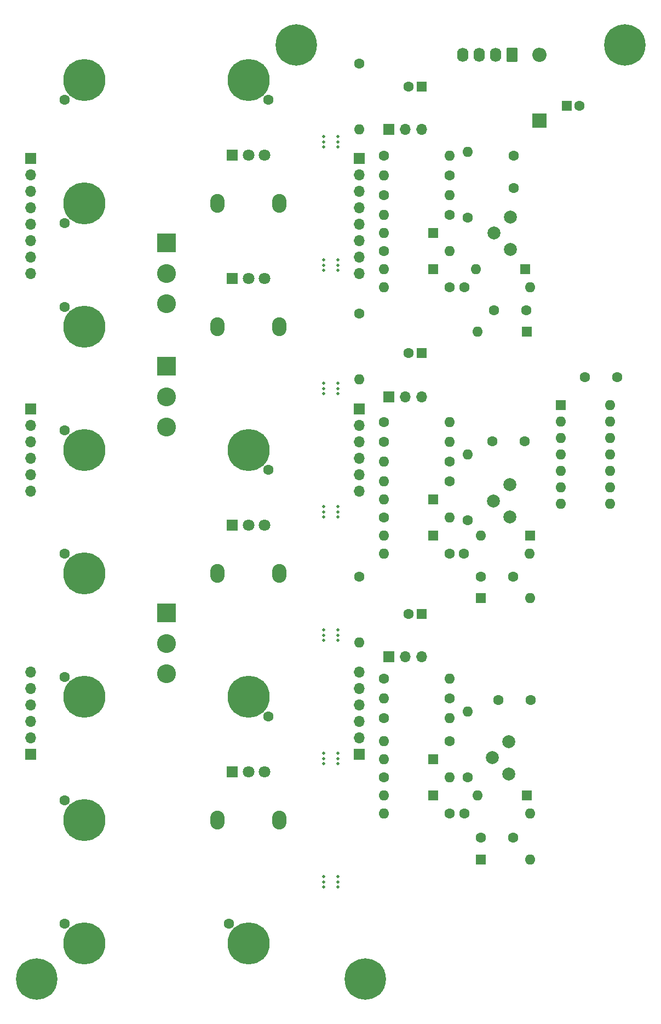
<source format=gbs>
%TF.GenerationSoftware,KiCad,Pcbnew,7.0.2-0*%
%TF.CreationDate,2023-10-21T23:35:19+01:00*%
%TF.ProjectId,serge-r5-triple-wave-shaper,73657267-652d-4723-952d-747269706c65,r02*%
%TF.SameCoordinates,Original*%
%TF.FileFunction,Soldermask,Bot*%
%TF.FilePolarity,Negative*%
%FSLAX46Y46*%
G04 Gerber Fmt 4.6, Leading zero omitted, Abs format (unit mm)*
G04 Created by KiCad (PCBNEW 7.0.2-0) date 2023-10-21 23:35:19*
%MOMM*%
%LPD*%
G01*
G04 APERTURE LIST*
G04 Aperture macros list*
%AMRoundRect*
0 Rectangle with rounded corners*
0 $1 Rounding radius*
0 $2 $3 $4 $5 $6 $7 $8 $9 X,Y pos of 4 corners*
0 Add a 4 corners polygon primitive as box body*
4,1,4,$2,$3,$4,$5,$6,$7,$8,$9,$2,$3,0*
0 Add four circle primitives for the rounded corners*
1,1,$1+$1,$2,$3*
1,1,$1+$1,$4,$5*
1,1,$1+$1,$6,$7*
1,1,$1+$1,$8,$9*
0 Add four rect primitives between the rounded corners*
20,1,$1+$1,$2,$3,$4,$5,0*
20,1,$1+$1,$4,$5,$6,$7,0*
20,1,$1+$1,$6,$7,$8,$9,0*
20,1,$1+$1,$8,$9,$2,$3,0*%
G04 Aperture macros list end*
%ADD10R,2.200000X2.200000*%
%ADD11O,2.200000X2.200000*%
%ADD12C,1.600000*%
%ADD13O,1.600000X1.600000*%
%ADD14C,2.000000*%
%ADD15C,0.500000*%
%ADD16C,6.400000*%
%ADD17R,1.600000X1.600000*%
%ADD18R,1.700000X1.700000*%
%ADD19O,1.700000X1.700000*%
%ADD20RoundRect,0.250000X0.620000X0.845000X-0.620000X0.845000X-0.620000X-0.845000X0.620000X-0.845000X0*%
%ADD21O,1.740000X2.190000*%
%ADD22C,6.500000*%
%ADD23O,2.200000X2.900000*%
%ADD24R,1.800000X1.800000*%
%ADD25C,1.800000*%
%ADD26R,2.921000X2.921000*%
%ADD27C,2.921000*%
G04 APERTURE END LIST*
D10*
%TO.C,D13*%
X107188000Y-46228000D03*
D11*
X107188000Y-36068000D03*
%TD*%
D12*
%TO.C,R16*%
X79375000Y-116713000D03*
D13*
X79375000Y-126873000D03*
%TD*%
D14*
%TO.C,RV7*%
X102616000Y-107489000D03*
X100116000Y-104989000D03*
X102616000Y-102489000D03*
%TD*%
D12*
%TO.C,R23*%
X83185000Y-107569000D03*
D13*
X93345000Y-107569000D03*
%TD*%
D15*
%TO.C,mouse-bite-2.54mm-slot*%
X73830000Y-50330000D03*
X76030000Y-50330000D03*
X73830000Y-49530000D03*
X76030000Y-49530000D03*
X73830000Y-48730000D03*
X76030000Y-48730000D03*
%TD*%
D12*
%TO.C,R13*%
X96139000Y-147701000D03*
D13*
X96139000Y-137541000D03*
%TD*%
D16*
%TO.C,H1*%
X120396000Y-34544000D03*
%TD*%
D12*
%TO.C,R1*%
X93345000Y-142113000D03*
D13*
X83185000Y-142113000D03*
%TD*%
D17*
%TO.C,D8*%
X105283000Y-78867000D03*
D13*
X97663000Y-78867000D03*
%TD*%
D12*
%TO.C,R10*%
X83185000Y-57785000D03*
D13*
X93345000Y-57785000D03*
%TD*%
D18*
%TO.C,J20*%
X79375000Y-52070000D03*
D19*
X79375000Y-54610000D03*
X79375000Y-57150000D03*
X79375000Y-59690000D03*
X79375000Y-62230000D03*
X79375000Y-64770000D03*
X79375000Y-67310000D03*
X79375000Y-69850000D03*
%TD*%
D12*
%TO.C,R27*%
X79375000Y-76073000D03*
D13*
X79375000Y-86233000D03*
%TD*%
D12*
%TO.C,R21*%
X83185000Y-92837000D03*
D13*
X93345000Y-92837000D03*
%TD*%
D17*
%TO.C,D2*%
X90805000Y-150495000D03*
D13*
X83185000Y-150495000D03*
%TD*%
D18*
%TO.C,J21*%
X28575000Y-52070000D03*
D19*
X28575000Y-54610000D03*
X28575000Y-57150000D03*
X28575000Y-59690000D03*
X28575000Y-62230000D03*
X28575000Y-64770000D03*
X28575000Y-67310000D03*
X28575000Y-69850000D03*
%TD*%
D16*
%TO.C,H3*%
X29464000Y-178816000D03*
%TD*%
D12*
%TO.C,R11*%
X83185000Y-66421000D03*
D13*
X93345000Y-66421000D03*
%TD*%
D12*
%TO.C,C1*%
X100838000Y-135763000D03*
X105838000Y-135763000D03*
%TD*%
%TO.C,R17*%
X93345000Y-54737000D03*
D13*
X83185000Y-54737000D03*
%TD*%
D12*
%TO.C,R26*%
X93345000Y-98933000D03*
D13*
X83185000Y-98933000D03*
%TD*%
D17*
%TO.C,D3*%
X90805000Y-69215000D03*
D13*
X83185000Y-69215000D03*
%TD*%
D12*
%TO.C,R4*%
X83185000Y-132461000D03*
D13*
X93345000Y-132461000D03*
%TD*%
D12*
%TO.C,R8*%
X83185000Y-147701000D03*
D13*
X93345000Y-147701000D03*
%TD*%
D12*
%TO.C,R15*%
X93345000Y-135509000D03*
D13*
X83185000Y-135509000D03*
%TD*%
D12*
%TO.C,C4*%
X105203000Y-75565000D03*
X100203000Y-75565000D03*
%TD*%
D18*
%TO.C,JP3*%
X83947000Y-88900000D03*
D19*
X86487000Y-88900000D03*
X89027000Y-88900000D03*
%TD*%
D17*
%TO.C,D6*%
X98171000Y-160401000D03*
D13*
X105791000Y-160401000D03*
%TD*%
D18*
%TO.C,J11*%
X28575000Y-144145000D03*
D19*
X28575000Y-141605000D03*
X28575000Y-139065000D03*
X28575000Y-136525000D03*
X28575000Y-133985000D03*
X28575000Y-131445000D03*
%TD*%
D12*
%TO.C,C9*%
X98171000Y-116713000D03*
X103171000Y-116713000D03*
%TD*%
%TO.C,C3*%
X98171000Y-156972000D03*
X103171000Y-156972000D03*
%TD*%
D15*
%TO.C,mouse-bite-2.54mm-slot*%
X73830000Y-126530000D03*
X76030000Y-126530000D03*
X73830000Y-125730000D03*
X76030000Y-125730000D03*
X73830000Y-124930000D03*
X76030000Y-124930000D03*
%TD*%
D12*
%TO.C,R22*%
X83185000Y-95885000D03*
D13*
X93345000Y-95885000D03*
%TD*%
D15*
%TO.C,mouse-bite-2.54mm-slot*%
X73830000Y-145580000D03*
X76030000Y-145580000D03*
X73830000Y-144780000D03*
X76030000Y-144780000D03*
X73830000Y-143980000D03*
X76030000Y-143980000D03*
%TD*%
D14*
%TO.C,RV5*%
X102703000Y-66127000D03*
X100203000Y-63627000D03*
X102703000Y-61127000D03*
%TD*%
D17*
%TO.C,C10*%
X111439887Y-43942000D03*
D12*
X113439887Y-43942000D03*
%TD*%
%TO.C,R19*%
X93345000Y-113157000D03*
D13*
X83185000Y-113157000D03*
%TD*%
D17*
%TO.C,D7*%
X105029000Y-69215000D03*
D13*
X97409000Y-69215000D03*
%TD*%
D16*
%TO.C,H4*%
X69596000Y-34544000D03*
%TD*%
D12*
%TO.C,R24*%
X95504000Y-113157000D03*
D13*
X105664000Y-113157000D03*
%TD*%
D12*
%TO.C,R9*%
X83185000Y-51689000D03*
D13*
X93345000Y-51689000D03*
%TD*%
D17*
%TO.C,D4*%
X90805000Y-63627000D03*
D13*
X83185000Y-63627000D03*
%TD*%
D17*
%TO.C,C11*%
X89027000Y-82169000D03*
D12*
X87027000Y-82169000D03*
%TD*%
D17*
%TO.C,D10*%
X90805000Y-104775000D03*
D13*
X83185000Y-104775000D03*
%TD*%
D18*
%TO.C,J17*%
X28575000Y-90805000D03*
D19*
X28575000Y-93345000D03*
X28575000Y-95885000D03*
X28575000Y-98425000D03*
X28575000Y-100965000D03*
X28575000Y-103505000D03*
%TD*%
D18*
%TO.C,JP2*%
X83947000Y-47625000D03*
D19*
X86487000Y-47625000D03*
X89027000Y-47625000D03*
%TD*%
D14*
%TO.C,RV4*%
X102449000Y-147153000D03*
X99949000Y-144653000D03*
X102449000Y-142153000D03*
%TD*%
D12*
%TO.C,R18*%
X79375000Y-37465000D03*
D13*
X79375000Y-47625000D03*
%TD*%
D12*
%TO.C,R7*%
X95631000Y-153289000D03*
D13*
X105791000Y-153289000D03*
%TD*%
D17*
%TO.C,U1*%
X110490000Y-90170000D03*
D13*
X110490000Y-92710000D03*
X110490000Y-95250000D03*
X110490000Y-97790000D03*
X110490000Y-100330000D03*
X110490000Y-102870000D03*
X110490000Y-105410000D03*
X118110000Y-105410000D03*
X118110000Y-102870000D03*
X118110000Y-100330000D03*
X118110000Y-97790000D03*
X118110000Y-95250000D03*
X118110000Y-92710000D03*
X118110000Y-90170000D03*
%TD*%
D12*
%TO.C,R3*%
X83185000Y-138557000D03*
D13*
X93345000Y-138557000D03*
%TD*%
D12*
%TO.C,R2*%
X93345000Y-153289000D03*
D13*
X83185000Y-153289000D03*
%TD*%
D15*
%TO.C,mouse-bite-2.54mm-slot*%
X73830000Y-107480000D03*
X76030000Y-107480000D03*
X73830000Y-106680000D03*
X76030000Y-106680000D03*
X73830000Y-105880000D03*
X76030000Y-105880000D03*
%TD*%
D17*
%TO.C,C5*%
X89027000Y-122428000D03*
D12*
X87027000Y-122428000D03*
%TD*%
D17*
%TO.C,D1*%
X90805000Y-144907000D03*
D13*
X83185000Y-144907000D03*
%TD*%
D12*
%TO.C,R14*%
X96139000Y-61214000D03*
D13*
X96139000Y-51054000D03*
%TD*%
D12*
%TO.C,C8*%
X119253000Y-85852000D03*
X114253000Y-85852000D03*
%TD*%
%TO.C,C7*%
X99949000Y-95758000D03*
X104949000Y-95758000D03*
%TD*%
%TO.C,R25*%
X96139000Y-107950000D03*
D13*
X96139000Y-97790000D03*
%TD*%
D18*
%TO.C,JP1*%
X83947000Y-129032000D03*
D19*
X86487000Y-129032000D03*
X89027000Y-129032000D03*
%TD*%
D12*
%TO.C,R12*%
X95631000Y-72009000D03*
D13*
X105791000Y-72009000D03*
%TD*%
D15*
%TO.C,mouse-bite-2.54mm-slot*%
X73830000Y-164630000D03*
X76030000Y-164630000D03*
X73830000Y-163830000D03*
X76030000Y-163830000D03*
X73830000Y-163030000D03*
X76030000Y-163030000D03*
%TD*%
D17*
%TO.C,D12*%
X98171000Y-120015000D03*
D13*
X105791000Y-120015000D03*
%TD*%
D16*
%TO.C,H2*%
X80264000Y-178816000D03*
%TD*%
D17*
%TO.C,D5*%
X105283000Y-150495000D03*
D13*
X97663000Y-150495000D03*
%TD*%
D15*
%TO.C,mouse-bite-2.54mm-slot*%
X73830000Y-69380000D03*
X76030000Y-69380000D03*
X73830000Y-68580000D03*
X76030000Y-68580000D03*
X73830000Y-67780000D03*
X76030000Y-67780000D03*
%TD*%
D20*
%TO.C,J9*%
X102997000Y-36068000D03*
D21*
X100457000Y-36068000D03*
X97917000Y-36068000D03*
X95377000Y-36068000D03*
%TD*%
D12*
%TO.C,R5*%
X93345000Y-72009000D03*
D13*
X83185000Y-72009000D03*
%TD*%
D17*
%TO.C,C6*%
X89027000Y-41021000D03*
D12*
X87027000Y-41021000D03*
%TD*%
%TO.C,C2*%
X103251000Y-51689000D03*
X103251000Y-56689000D03*
%TD*%
%TO.C,R20*%
X93345000Y-101981000D03*
D13*
X83185000Y-101981000D03*
%TD*%
D15*
%TO.C,mouse-bite-2.54mm-slot*%
X73830000Y-88430000D03*
X76030000Y-88430000D03*
X73830000Y-87630000D03*
X76030000Y-87630000D03*
X73830000Y-86830000D03*
X76030000Y-86830000D03*
%TD*%
D17*
%TO.C,D11*%
X105791000Y-110363000D03*
D13*
X98171000Y-110363000D03*
%TD*%
D12*
%TO.C,R6*%
X93345000Y-60833000D03*
D13*
X83185000Y-60833000D03*
%TD*%
D17*
%TO.C,D9*%
X90805000Y-110363000D03*
D13*
X83185000Y-110363000D03*
%TD*%
D22*
%TO.C,J6*%
X36830000Y-78105000D03*
D12*
X33782000Y-75057000D03*
%TD*%
D18*
%TO.C,J12*%
X79375000Y-144145000D03*
D19*
X79375000Y-141605000D03*
X79375000Y-139065000D03*
X79375000Y-136525000D03*
X79375000Y-133985000D03*
X79375000Y-131445000D03*
%TD*%
D18*
%TO.C,J18*%
X79375000Y-90805000D03*
D19*
X79375000Y-93345000D03*
X79375000Y-95885000D03*
X79375000Y-98425000D03*
X79375000Y-100965000D03*
X79375000Y-103505000D03*
%TD*%
D23*
%TO.C,RV6*%
X57430000Y-116205000D03*
X67030000Y-116205000D03*
D24*
X59730000Y-108705000D03*
D25*
X62230000Y-108705000D03*
X64730000Y-108705000D03*
%TD*%
D22*
%TO.C,J16*%
X62230000Y-97155000D03*
D12*
X65278000Y-100203000D03*
%TD*%
D22*
%TO.C,J3*%
X62230000Y-173355000D03*
D12*
X59182000Y-170307000D03*
%TD*%
D26*
%TO.C,SW2*%
X49530000Y-84201000D03*
D27*
X49530000Y-88900000D03*
X49530000Y-93599000D03*
%TD*%
D26*
%TO.C,SW3*%
X49530000Y-122301000D03*
D27*
X49530000Y-127000000D03*
X49530000Y-131699000D03*
%TD*%
D22*
%TO.C,J4*%
X62230000Y-135255000D03*
D12*
X65278000Y-138303000D03*
%TD*%
D22*
%TO.C,J15*%
X36830000Y-116205000D03*
D12*
X33782000Y-113157000D03*
%TD*%
D22*
%TO.C,J1*%
X36830000Y-154305000D03*
D12*
X33782000Y-151257000D03*
%TD*%
D22*
%TO.C,J5*%
X36830000Y-40005000D03*
D12*
X33782000Y-43053000D03*
%TD*%
D22*
%TO.C,J13*%
X36830000Y-97155000D03*
D12*
X33782000Y-94107000D03*
%TD*%
D22*
%TO.C,J7*%
X36830000Y-59055000D03*
D12*
X33782000Y-62103000D03*
%TD*%
D23*
%TO.C,RV2*%
X57430000Y-78105000D03*
X67030000Y-78105000D03*
D24*
X59730000Y-70605000D03*
D25*
X62230000Y-70605000D03*
X64730000Y-70605000D03*
%TD*%
D26*
%TO.C,SW1*%
X49530000Y-65151000D03*
D27*
X49530000Y-69850000D03*
X49530000Y-74549000D03*
%TD*%
D22*
%TO.C,J14*%
X36830000Y-135255000D03*
D12*
X33782000Y-132207000D03*
%TD*%
D22*
%TO.C,J8*%
X62230000Y-40005000D03*
D12*
X65278000Y-43053000D03*
%TD*%
D23*
%TO.C,RV1*%
X57430000Y-59055000D03*
X67030000Y-59055000D03*
D24*
X59730000Y-51555000D03*
D25*
X62230000Y-51555000D03*
X64730000Y-51555000D03*
%TD*%
D23*
%TO.C,RV3*%
X57430000Y-154305000D03*
X67030000Y-154305000D03*
D24*
X59730000Y-146805000D03*
D25*
X62230000Y-146805000D03*
X64730000Y-146805000D03*
%TD*%
D22*
%TO.C,J2*%
X36830000Y-173355000D03*
D12*
X33782000Y-170307000D03*
%TD*%
M02*

</source>
